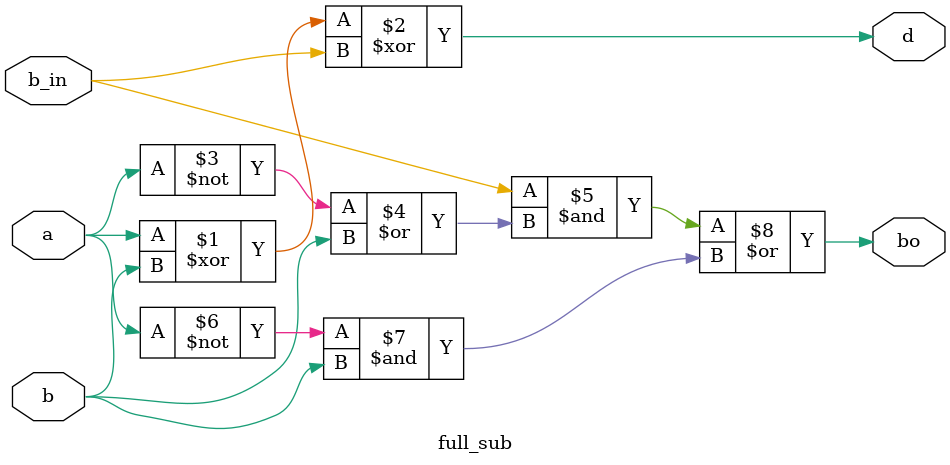
<source format=v>
`timescale 1ns / 1ps


module full_sub(output d,bo, input a,b,b_in);
assign d = a^b^b_in;
assign bo = b_in & ((~a)|b)|(~a)&b;
endmodule

</source>
